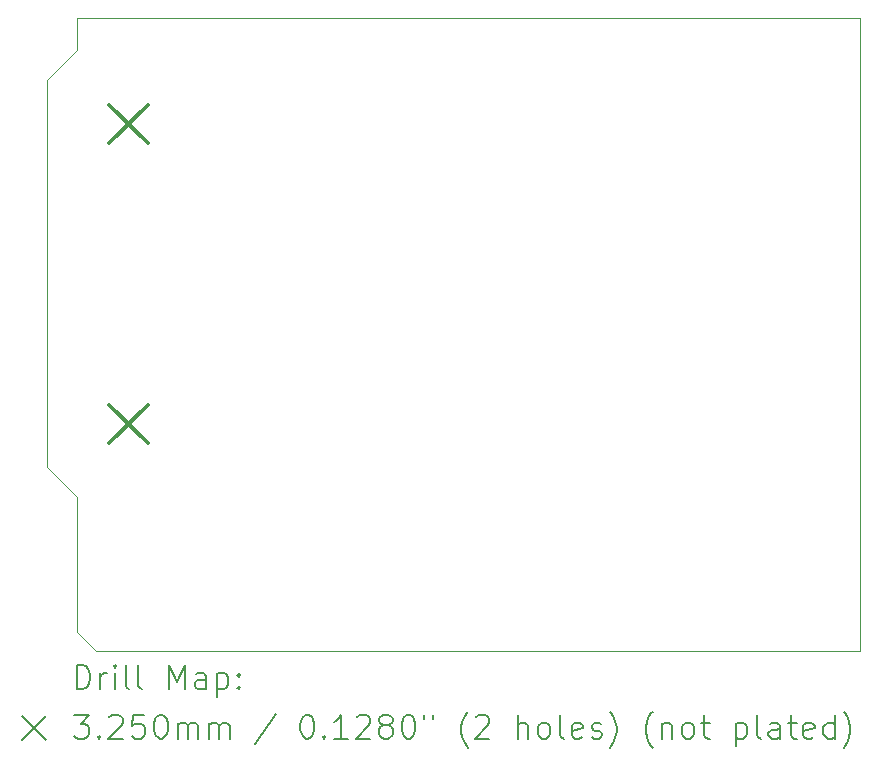
<source format=gbr>
%TF.GenerationSoftware,KiCad,Pcbnew,8.0.2*%
%TF.CreationDate,2024-05-09T00:28:00-05:00*%
%TF.ProjectId,Uno_R4_LCC_Shield,556e6f5f-5234-45f4-9c43-435f53686965,rev?*%
%TF.SameCoordinates,Original*%
%TF.FileFunction,Drillmap*%
%TF.FilePolarity,Positive*%
%FSLAX45Y45*%
G04 Gerber Fmt 4.5, Leading zero omitted, Abs format (unit mm)*
G04 Created by KiCad (PCBNEW 8.0.2) date 2024-05-09 00:28:00*
%MOMM*%
%LPD*%
G01*
G04 APERTURE LIST*
%ADD10C,0.120000*%
%ADD11C,0.200000*%
%ADD12C,0.325000*%
G04 APERTURE END LIST*
D10*
X9673000Y-2654000D02*
X9673000Y-5931000D01*
X9673000Y-5931000D02*
X9927000Y-6185000D01*
X9927000Y-2133000D02*
X9927000Y-2400000D01*
X9927000Y-2400000D02*
X9673000Y-2654000D01*
X9927000Y-6185000D02*
X9927000Y-7328000D01*
X9927000Y-7328000D02*
X10092000Y-7493000D01*
X10092000Y-7493000D02*
X16557000Y-7493000D01*
X16557000Y-2133000D02*
X9927000Y-2133000D01*
X16557000Y-7493000D02*
X16557000Y-2133000D01*
D11*
D12*
X10205500Y-2867500D02*
X10530500Y-3192500D01*
X10530500Y-2867500D02*
X10205500Y-3192500D01*
X10205500Y-5407500D02*
X10530500Y-5732500D01*
X10530500Y-5407500D02*
X10205500Y-5732500D01*
D11*
X9927777Y-7810484D02*
X9927777Y-7610484D01*
X9927777Y-7610484D02*
X9975396Y-7610484D01*
X9975396Y-7610484D02*
X10003967Y-7620008D01*
X10003967Y-7620008D02*
X10023015Y-7639055D01*
X10023015Y-7639055D02*
X10032539Y-7658103D01*
X10032539Y-7658103D02*
X10042063Y-7696198D01*
X10042063Y-7696198D02*
X10042063Y-7724769D01*
X10042063Y-7724769D02*
X10032539Y-7762865D01*
X10032539Y-7762865D02*
X10023015Y-7781912D01*
X10023015Y-7781912D02*
X10003967Y-7800960D01*
X10003967Y-7800960D02*
X9975396Y-7810484D01*
X9975396Y-7810484D02*
X9927777Y-7810484D01*
X10127777Y-7810484D02*
X10127777Y-7677150D01*
X10127777Y-7715246D02*
X10137301Y-7696198D01*
X10137301Y-7696198D02*
X10146824Y-7686674D01*
X10146824Y-7686674D02*
X10165872Y-7677150D01*
X10165872Y-7677150D02*
X10184920Y-7677150D01*
X10251586Y-7810484D02*
X10251586Y-7677150D01*
X10251586Y-7610484D02*
X10242063Y-7620008D01*
X10242063Y-7620008D02*
X10251586Y-7629531D01*
X10251586Y-7629531D02*
X10261110Y-7620008D01*
X10261110Y-7620008D02*
X10251586Y-7610484D01*
X10251586Y-7610484D02*
X10251586Y-7629531D01*
X10375396Y-7810484D02*
X10356348Y-7800960D01*
X10356348Y-7800960D02*
X10346824Y-7781912D01*
X10346824Y-7781912D02*
X10346824Y-7610484D01*
X10480158Y-7810484D02*
X10461110Y-7800960D01*
X10461110Y-7800960D02*
X10451586Y-7781912D01*
X10451586Y-7781912D02*
X10451586Y-7610484D01*
X10708729Y-7810484D02*
X10708729Y-7610484D01*
X10708729Y-7610484D02*
X10775396Y-7753341D01*
X10775396Y-7753341D02*
X10842063Y-7610484D01*
X10842063Y-7610484D02*
X10842063Y-7810484D01*
X11023015Y-7810484D02*
X11023015Y-7705722D01*
X11023015Y-7705722D02*
X11013491Y-7686674D01*
X11013491Y-7686674D02*
X10994444Y-7677150D01*
X10994444Y-7677150D02*
X10956348Y-7677150D01*
X10956348Y-7677150D02*
X10937301Y-7686674D01*
X11023015Y-7800960D02*
X11003967Y-7810484D01*
X11003967Y-7810484D02*
X10956348Y-7810484D01*
X10956348Y-7810484D02*
X10937301Y-7800960D01*
X10937301Y-7800960D02*
X10927777Y-7781912D01*
X10927777Y-7781912D02*
X10927777Y-7762865D01*
X10927777Y-7762865D02*
X10937301Y-7743817D01*
X10937301Y-7743817D02*
X10956348Y-7734293D01*
X10956348Y-7734293D02*
X11003967Y-7734293D01*
X11003967Y-7734293D02*
X11023015Y-7724769D01*
X11118253Y-7677150D02*
X11118253Y-7877150D01*
X11118253Y-7686674D02*
X11137301Y-7677150D01*
X11137301Y-7677150D02*
X11175396Y-7677150D01*
X11175396Y-7677150D02*
X11194443Y-7686674D01*
X11194443Y-7686674D02*
X11203967Y-7696198D01*
X11203967Y-7696198D02*
X11213491Y-7715246D01*
X11213491Y-7715246D02*
X11213491Y-7772388D01*
X11213491Y-7772388D02*
X11203967Y-7791436D01*
X11203967Y-7791436D02*
X11194443Y-7800960D01*
X11194443Y-7800960D02*
X11175396Y-7810484D01*
X11175396Y-7810484D02*
X11137301Y-7810484D01*
X11137301Y-7810484D02*
X11118253Y-7800960D01*
X11299205Y-7791436D02*
X11308729Y-7800960D01*
X11308729Y-7800960D02*
X11299205Y-7810484D01*
X11299205Y-7810484D02*
X11289682Y-7800960D01*
X11289682Y-7800960D02*
X11299205Y-7791436D01*
X11299205Y-7791436D02*
X11299205Y-7810484D01*
X11299205Y-7686674D02*
X11308729Y-7696198D01*
X11308729Y-7696198D02*
X11299205Y-7705722D01*
X11299205Y-7705722D02*
X11289682Y-7696198D01*
X11289682Y-7696198D02*
X11299205Y-7686674D01*
X11299205Y-7686674D02*
X11299205Y-7705722D01*
X9467000Y-8039000D02*
X9667000Y-8239000D01*
X9667000Y-8039000D02*
X9467000Y-8239000D01*
X9908729Y-8030484D02*
X10032539Y-8030484D01*
X10032539Y-8030484D02*
X9965872Y-8106674D01*
X9965872Y-8106674D02*
X9994444Y-8106674D01*
X9994444Y-8106674D02*
X10013491Y-8116198D01*
X10013491Y-8116198D02*
X10023015Y-8125722D01*
X10023015Y-8125722D02*
X10032539Y-8144769D01*
X10032539Y-8144769D02*
X10032539Y-8192388D01*
X10032539Y-8192388D02*
X10023015Y-8211436D01*
X10023015Y-8211436D02*
X10013491Y-8220960D01*
X10013491Y-8220960D02*
X9994444Y-8230484D01*
X9994444Y-8230484D02*
X9937301Y-8230484D01*
X9937301Y-8230484D02*
X9918253Y-8220960D01*
X9918253Y-8220960D02*
X9908729Y-8211436D01*
X10118253Y-8211436D02*
X10127777Y-8220960D01*
X10127777Y-8220960D02*
X10118253Y-8230484D01*
X10118253Y-8230484D02*
X10108729Y-8220960D01*
X10108729Y-8220960D02*
X10118253Y-8211436D01*
X10118253Y-8211436D02*
X10118253Y-8230484D01*
X10203967Y-8049531D02*
X10213491Y-8040008D01*
X10213491Y-8040008D02*
X10232539Y-8030484D01*
X10232539Y-8030484D02*
X10280158Y-8030484D01*
X10280158Y-8030484D02*
X10299205Y-8040008D01*
X10299205Y-8040008D02*
X10308729Y-8049531D01*
X10308729Y-8049531D02*
X10318253Y-8068579D01*
X10318253Y-8068579D02*
X10318253Y-8087627D01*
X10318253Y-8087627D02*
X10308729Y-8116198D01*
X10308729Y-8116198D02*
X10194444Y-8230484D01*
X10194444Y-8230484D02*
X10318253Y-8230484D01*
X10499205Y-8030484D02*
X10403967Y-8030484D01*
X10403967Y-8030484D02*
X10394444Y-8125722D01*
X10394444Y-8125722D02*
X10403967Y-8116198D01*
X10403967Y-8116198D02*
X10423015Y-8106674D01*
X10423015Y-8106674D02*
X10470634Y-8106674D01*
X10470634Y-8106674D02*
X10489682Y-8116198D01*
X10489682Y-8116198D02*
X10499205Y-8125722D01*
X10499205Y-8125722D02*
X10508729Y-8144769D01*
X10508729Y-8144769D02*
X10508729Y-8192388D01*
X10508729Y-8192388D02*
X10499205Y-8211436D01*
X10499205Y-8211436D02*
X10489682Y-8220960D01*
X10489682Y-8220960D02*
X10470634Y-8230484D01*
X10470634Y-8230484D02*
X10423015Y-8230484D01*
X10423015Y-8230484D02*
X10403967Y-8220960D01*
X10403967Y-8220960D02*
X10394444Y-8211436D01*
X10632539Y-8030484D02*
X10651586Y-8030484D01*
X10651586Y-8030484D02*
X10670634Y-8040008D01*
X10670634Y-8040008D02*
X10680158Y-8049531D01*
X10680158Y-8049531D02*
X10689682Y-8068579D01*
X10689682Y-8068579D02*
X10699205Y-8106674D01*
X10699205Y-8106674D02*
X10699205Y-8154293D01*
X10699205Y-8154293D02*
X10689682Y-8192388D01*
X10689682Y-8192388D02*
X10680158Y-8211436D01*
X10680158Y-8211436D02*
X10670634Y-8220960D01*
X10670634Y-8220960D02*
X10651586Y-8230484D01*
X10651586Y-8230484D02*
X10632539Y-8230484D01*
X10632539Y-8230484D02*
X10613491Y-8220960D01*
X10613491Y-8220960D02*
X10603967Y-8211436D01*
X10603967Y-8211436D02*
X10594444Y-8192388D01*
X10594444Y-8192388D02*
X10584920Y-8154293D01*
X10584920Y-8154293D02*
X10584920Y-8106674D01*
X10584920Y-8106674D02*
X10594444Y-8068579D01*
X10594444Y-8068579D02*
X10603967Y-8049531D01*
X10603967Y-8049531D02*
X10613491Y-8040008D01*
X10613491Y-8040008D02*
X10632539Y-8030484D01*
X10784920Y-8230484D02*
X10784920Y-8097150D01*
X10784920Y-8116198D02*
X10794444Y-8106674D01*
X10794444Y-8106674D02*
X10813491Y-8097150D01*
X10813491Y-8097150D02*
X10842063Y-8097150D01*
X10842063Y-8097150D02*
X10861110Y-8106674D01*
X10861110Y-8106674D02*
X10870634Y-8125722D01*
X10870634Y-8125722D02*
X10870634Y-8230484D01*
X10870634Y-8125722D02*
X10880158Y-8106674D01*
X10880158Y-8106674D02*
X10899205Y-8097150D01*
X10899205Y-8097150D02*
X10927777Y-8097150D01*
X10927777Y-8097150D02*
X10946825Y-8106674D01*
X10946825Y-8106674D02*
X10956348Y-8125722D01*
X10956348Y-8125722D02*
X10956348Y-8230484D01*
X11051586Y-8230484D02*
X11051586Y-8097150D01*
X11051586Y-8116198D02*
X11061110Y-8106674D01*
X11061110Y-8106674D02*
X11080158Y-8097150D01*
X11080158Y-8097150D02*
X11108729Y-8097150D01*
X11108729Y-8097150D02*
X11127777Y-8106674D01*
X11127777Y-8106674D02*
X11137301Y-8125722D01*
X11137301Y-8125722D02*
X11137301Y-8230484D01*
X11137301Y-8125722D02*
X11146825Y-8106674D01*
X11146825Y-8106674D02*
X11165872Y-8097150D01*
X11165872Y-8097150D02*
X11194443Y-8097150D01*
X11194443Y-8097150D02*
X11213491Y-8106674D01*
X11213491Y-8106674D02*
X11223015Y-8125722D01*
X11223015Y-8125722D02*
X11223015Y-8230484D01*
X11613491Y-8020960D02*
X11442063Y-8278103D01*
X11870634Y-8030484D02*
X11889682Y-8030484D01*
X11889682Y-8030484D02*
X11908729Y-8040008D01*
X11908729Y-8040008D02*
X11918253Y-8049531D01*
X11918253Y-8049531D02*
X11927777Y-8068579D01*
X11927777Y-8068579D02*
X11937301Y-8106674D01*
X11937301Y-8106674D02*
X11937301Y-8154293D01*
X11937301Y-8154293D02*
X11927777Y-8192388D01*
X11927777Y-8192388D02*
X11918253Y-8211436D01*
X11918253Y-8211436D02*
X11908729Y-8220960D01*
X11908729Y-8220960D02*
X11889682Y-8230484D01*
X11889682Y-8230484D02*
X11870634Y-8230484D01*
X11870634Y-8230484D02*
X11851586Y-8220960D01*
X11851586Y-8220960D02*
X11842063Y-8211436D01*
X11842063Y-8211436D02*
X11832539Y-8192388D01*
X11832539Y-8192388D02*
X11823015Y-8154293D01*
X11823015Y-8154293D02*
X11823015Y-8106674D01*
X11823015Y-8106674D02*
X11832539Y-8068579D01*
X11832539Y-8068579D02*
X11842063Y-8049531D01*
X11842063Y-8049531D02*
X11851586Y-8040008D01*
X11851586Y-8040008D02*
X11870634Y-8030484D01*
X12023015Y-8211436D02*
X12032539Y-8220960D01*
X12032539Y-8220960D02*
X12023015Y-8230484D01*
X12023015Y-8230484D02*
X12013491Y-8220960D01*
X12013491Y-8220960D02*
X12023015Y-8211436D01*
X12023015Y-8211436D02*
X12023015Y-8230484D01*
X12223015Y-8230484D02*
X12108729Y-8230484D01*
X12165872Y-8230484D02*
X12165872Y-8030484D01*
X12165872Y-8030484D02*
X12146825Y-8059055D01*
X12146825Y-8059055D02*
X12127777Y-8078103D01*
X12127777Y-8078103D02*
X12108729Y-8087627D01*
X12299206Y-8049531D02*
X12308729Y-8040008D01*
X12308729Y-8040008D02*
X12327777Y-8030484D01*
X12327777Y-8030484D02*
X12375396Y-8030484D01*
X12375396Y-8030484D02*
X12394444Y-8040008D01*
X12394444Y-8040008D02*
X12403967Y-8049531D01*
X12403967Y-8049531D02*
X12413491Y-8068579D01*
X12413491Y-8068579D02*
X12413491Y-8087627D01*
X12413491Y-8087627D02*
X12403967Y-8116198D01*
X12403967Y-8116198D02*
X12289682Y-8230484D01*
X12289682Y-8230484D02*
X12413491Y-8230484D01*
X12527777Y-8116198D02*
X12508729Y-8106674D01*
X12508729Y-8106674D02*
X12499206Y-8097150D01*
X12499206Y-8097150D02*
X12489682Y-8078103D01*
X12489682Y-8078103D02*
X12489682Y-8068579D01*
X12489682Y-8068579D02*
X12499206Y-8049531D01*
X12499206Y-8049531D02*
X12508729Y-8040008D01*
X12508729Y-8040008D02*
X12527777Y-8030484D01*
X12527777Y-8030484D02*
X12565872Y-8030484D01*
X12565872Y-8030484D02*
X12584920Y-8040008D01*
X12584920Y-8040008D02*
X12594444Y-8049531D01*
X12594444Y-8049531D02*
X12603967Y-8068579D01*
X12603967Y-8068579D02*
X12603967Y-8078103D01*
X12603967Y-8078103D02*
X12594444Y-8097150D01*
X12594444Y-8097150D02*
X12584920Y-8106674D01*
X12584920Y-8106674D02*
X12565872Y-8116198D01*
X12565872Y-8116198D02*
X12527777Y-8116198D01*
X12527777Y-8116198D02*
X12508729Y-8125722D01*
X12508729Y-8125722D02*
X12499206Y-8135246D01*
X12499206Y-8135246D02*
X12489682Y-8154293D01*
X12489682Y-8154293D02*
X12489682Y-8192388D01*
X12489682Y-8192388D02*
X12499206Y-8211436D01*
X12499206Y-8211436D02*
X12508729Y-8220960D01*
X12508729Y-8220960D02*
X12527777Y-8230484D01*
X12527777Y-8230484D02*
X12565872Y-8230484D01*
X12565872Y-8230484D02*
X12584920Y-8220960D01*
X12584920Y-8220960D02*
X12594444Y-8211436D01*
X12594444Y-8211436D02*
X12603967Y-8192388D01*
X12603967Y-8192388D02*
X12603967Y-8154293D01*
X12603967Y-8154293D02*
X12594444Y-8135246D01*
X12594444Y-8135246D02*
X12584920Y-8125722D01*
X12584920Y-8125722D02*
X12565872Y-8116198D01*
X12727777Y-8030484D02*
X12746825Y-8030484D01*
X12746825Y-8030484D02*
X12765872Y-8040008D01*
X12765872Y-8040008D02*
X12775396Y-8049531D01*
X12775396Y-8049531D02*
X12784920Y-8068579D01*
X12784920Y-8068579D02*
X12794444Y-8106674D01*
X12794444Y-8106674D02*
X12794444Y-8154293D01*
X12794444Y-8154293D02*
X12784920Y-8192388D01*
X12784920Y-8192388D02*
X12775396Y-8211436D01*
X12775396Y-8211436D02*
X12765872Y-8220960D01*
X12765872Y-8220960D02*
X12746825Y-8230484D01*
X12746825Y-8230484D02*
X12727777Y-8230484D01*
X12727777Y-8230484D02*
X12708729Y-8220960D01*
X12708729Y-8220960D02*
X12699206Y-8211436D01*
X12699206Y-8211436D02*
X12689682Y-8192388D01*
X12689682Y-8192388D02*
X12680158Y-8154293D01*
X12680158Y-8154293D02*
X12680158Y-8106674D01*
X12680158Y-8106674D02*
X12689682Y-8068579D01*
X12689682Y-8068579D02*
X12699206Y-8049531D01*
X12699206Y-8049531D02*
X12708729Y-8040008D01*
X12708729Y-8040008D02*
X12727777Y-8030484D01*
X12870634Y-8030484D02*
X12870634Y-8068579D01*
X12946825Y-8030484D02*
X12946825Y-8068579D01*
X13242063Y-8306674D02*
X13232539Y-8297150D01*
X13232539Y-8297150D02*
X13213491Y-8268579D01*
X13213491Y-8268579D02*
X13203968Y-8249531D01*
X13203968Y-8249531D02*
X13194444Y-8220960D01*
X13194444Y-8220960D02*
X13184920Y-8173341D01*
X13184920Y-8173341D02*
X13184920Y-8135246D01*
X13184920Y-8135246D02*
X13194444Y-8087627D01*
X13194444Y-8087627D02*
X13203968Y-8059055D01*
X13203968Y-8059055D02*
X13213491Y-8040008D01*
X13213491Y-8040008D02*
X13232539Y-8011436D01*
X13232539Y-8011436D02*
X13242063Y-8001912D01*
X13308729Y-8049531D02*
X13318253Y-8040008D01*
X13318253Y-8040008D02*
X13337301Y-8030484D01*
X13337301Y-8030484D02*
X13384920Y-8030484D01*
X13384920Y-8030484D02*
X13403968Y-8040008D01*
X13403968Y-8040008D02*
X13413491Y-8049531D01*
X13413491Y-8049531D02*
X13423015Y-8068579D01*
X13423015Y-8068579D02*
X13423015Y-8087627D01*
X13423015Y-8087627D02*
X13413491Y-8116198D01*
X13413491Y-8116198D02*
X13299206Y-8230484D01*
X13299206Y-8230484D02*
X13423015Y-8230484D01*
X13661110Y-8230484D02*
X13661110Y-8030484D01*
X13746825Y-8230484D02*
X13746825Y-8125722D01*
X13746825Y-8125722D02*
X13737301Y-8106674D01*
X13737301Y-8106674D02*
X13718253Y-8097150D01*
X13718253Y-8097150D02*
X13689682Y-8097150D01*
X13689682Y-8097150D02*
X13670634Y-8106674D01*
X13670634Y-8106674D02*
X13661110Y-8116198D01*
X13870634Y-8230484D02*
X13851587Y-8220960D01*
X13851587Y-8220960D02*
X13842063Y-8211436D01*
X13842063Y-8211436D02*
X13832539Y-8192388D01*
X13832539Y-8192388D02*
X13832539Y-8135246D01*
X13832539Y-8135246D02*
X13842063Y-8116198D01*
X13842063Y-8116198D02*
X13851587Y-8106674D01*
X13851587Y-8106674D02*
X13870634Y-8097150D01*
X13870634Y-8097150D02*
X13899206Y-8097150D01*
X13899206Y-8097150D02*
X13918253Y-8106674D01*
X13918253Y-8106674D02*
X13927777Y-8116198D01*
X13927777Y-8116198D02*
X13937301Y-8135246D01*
X13937301Y-8135246D02*
X13937301Y-8192388D01*
X13937301Y-8192388D02*
X13927777Y-8211436D01*
X13927777Y-8211436D02*
X13918253Y-8220960D01*
X13918253Y-8220960D02*
X13899206Y-8230484D01*
X13899206Y-8230484D02*
X13870634Y-8230484D01*
X14051587Y-8230484D02*
X14032539Y-8220960D01*
X14032539Y-8220960D02*
X14023015Y-8201912D01*
X14023015Y-8201912D02*
X14023015Y-8030484D01*
X14203968Y-8220960D02*
X14184920Y-8230484D01*
X14184920Y-8230484D02*
X14146825Y-8230484D01*
X14146825Y-8230484D02*
X14127777Y-8220960D01*
X14127777Y-8220960D02*
X14118253Y-8201912D01*
X14118253Y-8201912D02*
X14118253Y-8125722D01*
X14118253Y-8125722D02*
X14127777Y-8106674D01*
X14127777Y-8106674D02*
X14146825Y-8097150D01*
X14146825Y-8097150D02*
X14184920Y-8097150D01*
X14184920Y-8097150D02*
X14203968Y-8106674D01*
X14203968Y-8106674D02*
X14213491Y-8125722D01*
X14213491Y-8125722D02*
X14213491Y-8144769D01*
X14213491Y-8144769D02*
X14118253Y-8163817D01*
X14289682Y-8220960D02*
X14308730Y-8230484D01*
X14308730Y-8230484D02*
X14346825Y-8230484D01*
X14346825Y-8230484D02*
X14365872Y-8220960D01*
X14365872Y-8220960D02*
X14375396Y-8201912D01*
X14375396Y-8201912D02*
X14375396Y-8192388D01*
X14375396Y-8192388D02*
X14365872Y-8173341D01*
X14365872Y-8173341D02*
X14346825Y-8163817D01*
X14346825Y-8163817D02*
X14318253Y-8163817D01*
X14318253Y-8163817D02*
X14299206Y-8154293D01*
X14299206Y-8154293D02*
X14289682Y-8135246D01*
X14289682Y-8135246D02*
X14289682Y-8125722D01*
X14289682Y-8125722D02*
X14299206Y-8106674D01*
X14299206Y-8106674D02*
X14318253Y-8097150D01*
X14318253Y-8097150D02*
X14346825Y-8097150D01*
X14346825Y-8097150D02*
X14365872Y-8106674D01*
X14442063Y-8306674D02*
X14451587Y-8297150D01*
X14451587Y-8297150D02*
X14470634Y-8268579D01*
X14470634Y-8268579D02*
X14480158Y-8249531D01*
X14480158Y-8249531D02*
X14489682Y-8220960D01*
X14489682Y-8220960D02*
X14499206Y-8173341D01*
X14499206Y-8173341D02*
X14499206Y-8135246D01*
X14499206Y-8135246D02*
X14489682Y-8087627D01*
X14489682Y-8087627D02*
X14480158Y-8059055D01*
X14480158Y-8059055D02*
X14470634Y-8040008D01*
X14470634Y-8040008D02*
X14451587Y-8011436D01*
X14451587Y-8011436D02*
X14442063Y-8001912D01*
X14803968Y-8306674D02*
X14794444Y-8297150D01*
X14794444Y-8297150D02*
X14775396Y-8268579D01*
X14775396Y-8268579D02*
X14765872Y-8249531D01*
X14765872Y-8249531D02*
X14756349Y-8220960D01*
X14756349Y-8220960D02*
X14746825Y-8173341D01*
X14746825Y-8173341D02*
X14746825Y-8135246D01*
X14746825Y-8135246D02*
X14756349Y-8087627D01*
X14756349Y-8087627D02*
X14765872Y-8059055D01*
X14765872Y-8059055D02*
X14775396Y-8040008D01*
X14775396Y-8040008D02*
X14794444Y-8011436D01*
X14794444Y-8011436D02*
X14803968Y-8001912D01*
X14880158Y-8097150D02*
X14880158Y-8230484D01*
X14880158Y-8116198D02*
X14889682Y-8106674D01*
X14889682Y-8106674D02*
X14908730Y-8097150D01*
X14908730Y-8097150D02*
X14937301Y-8097150D01*
X14937301Y-8097150D02*
X14956349Y-8106674D01*
X14956349Y-8106674D02*
X14965872Y-8125722D01*
X14965872Y-8125722D02*
X14965872Y-8230484D01*
X15089682Y-8230484D02*
X15070634Y-8220960D01*
X15070634Y-8220960D02*
X15061111Y-8211436D01*
X15061111Y-8211436D02*
X15051587Y-8192388D01*
X15051587Y-8192388D02*
X15051587Y-8135246D01*
X15051587Y-8135246D02*
X15061111Y-8116198D01*
X15061111Y-8116198D02*
X15070634Y-8106674D01*
X15070634Y-8106674D02*
X15089682Y-8097150D01*
X15089682Y-8097150D02*
X15118253Y-8097150D01*
X15118253Y-8097150D02*
X15137301Y-8106674D01*
X15137301Y-8106674D02*
X15146825Y-8116198D01*
X15146825Y-8116198D02*
X15156349Y-8135246D01*
X15156349Y-8135246D02*
X15156349Y-8192388D01*
X15156349Y-8192388D02*
X15146825Y-8211436D01*
X15146825Y-8211436D02*
X15137301Y-8220960D01*
X15137301Y-8220960D02*
X15118253Y-8230484D01*
X15118253Y-8230484D02*
X15089682Y-8230484D01*
X15213492Y-8097150D02*
X15289682Y-8097150D01*
X15242063Y-8030484D02*
X15242063Y-8201912D01*
X15242063Y-8201912D02*
X15251587Y-8220960D01*
X15251587Y-8220960D02*
X15270634Y-8230484D01*
X15270634Y-8230484D02*
X15289682Y-8230484D01*
X15508730Y-8097150D02*
X15508730Y-8297150D01*
X15508730Y-8106674D02*
X15527777Y-8097150D01*
X15527777Y-8097150D02*
X15565873Y-8097150D01*
X15565873Y-8097150D02*
X15584920Y-8106674D01*
X15584920Y-8106674D02*
X15594444Y-8116198D01*
X15594444Y-8116198D02*
X15603968Y-8135246D01*
X15603968Y-8135246D02*
X15603968Y-8192388D01*
X15603968Y-8192388D02*
X15594444Y-8211436D01*
X15594444Y-8211436D02*
X15584920Y-8220960D01*
X15584920Y-8220960D02*
X15565873Y-8230484D01*
X15565873Y-8230484D02*
X15527777Y-8230484D01*
X15527777Y-8230484D02*
X15508730Y-8220960D01*
X15718253Y-8230484D02*
X15699206Y-8220960D01*
X15699206Y-8220960D02*
X15689682Y-8201912D01*
X15689682Y-8201912D02*
X15689682Y-8030484D01*
X15880158Y-8230484D02*
X15880158Y-8125722D01*
X15880158Y-8125722D02*
X15870634Y-8106674D01*
X15870634Y-8106674D02*
X15851587Y-8097150D01*
X15851587Y-8097150D02*
X15813492Y-8097150D01*
X15813492Y-8097150D02*
X15794444Y-8106674D01*
X15880158Y-8220960D02*
X15861111Y-8230484D01*
X15861111Y-8230484D02*
X15813492Y-8230484D01*
X15813492Y-8230484D02*
X15794444Y-8220960D01*
X15794444Y-8220960D02*
X15784920Y-8201912D01*
X15784920Y-8201912D02*
X15784920Y-8182865D01*
X15784920Y-8182865D02*
X15794444Y-8163817D01*
X15794444Y-8163817D02*
X15813492Y-8154293D01*
X15813492Y-8154293D02*
X15861111Y-8154293D01*
X15861111Y-8154293D02*
X15880158Y-8144769D01*
X15946825Y-8097150D02*
X16023015Y-8097150D01*
X15975396Y-8030484D02*
X15975396Y-8201912D01*
X15975396Y-8201912D02*
X15984920Y-8220960D01*
X15984920Y-8220960D02*
X16003968Y-8230484D01*
X16003968Y-8230484D02*
X16023015Y-8230484D01*
X16165873Y-8220960D02*
X16146825Y-8230484D01*
X16146825Y-8230484D02*
X16108730Y-8230484D01*
X16108730Y-8230484D02*
X16089682Y-8220960D01*
X16089682Y-8220960D02*
X16080158Y-8201912D01*
X16080158Y-8201912D02*
X16080158Y-8125722D01*
X16080158Y-8125722D02*
X16089682Y-8106674D01*
X16089682Y-8106674D02*
X16108730Y-8097150D01*
X16108730Y-8097150D02*
X16146825Y-8097150D01*
X16146825Y-8097150D02*
X16165873Y-8106674D01*
X16165873Y-8106674D02*
X16175396Y-8125722D01*
X16175396Y-8125722D02*
X16175396Y-8144769D01*
X16175396Y-8144769D02*
X16080158Y-8163817D01*
X16346825Y-8230484D02*
X16346825Y-8030484D01*
X16346825Y-8220960D02*
X16327777Y-8230484D01*
X16327777Y-8230484D02*
X16289682Y-8230484D01*
X16289682Y-8230484D02*
X16270634Y-8220960D01*
X16270634Y-8220960D02*
X16261111Y-8211436D01*
X16261111Y-8211436D02*
X16251587Y-8192388D01*
X16251587Y-8192388D02*
X16251587Y-8135246D01*
X16251587Y-8135246D02*
X16261111Y-8116198D01*
X16261111Y-8116198D02*
X16270634Y-8106674D01*
X16270634Y-8106674D02*
X16289682Y-8097150D01*
X16289682Y-8097150D02*
X16327777Y-8097150D01*
X16327777Y-8097150D02*
X16346825Y-8106674D01*
X16423015Y-8306674D02*
X16432539Y-8297150D01*
X16432539Y-8297150D02*
X16451587Y-8268579D01*
X16451587Y-8268579D02*
X16461111Y-8249531D01*
X16461111Y-8249531D02*
X16470634Y-8220960D01*
X16470634Y-8220960D02*
X16480158Y-8173341D01*
X16480158Y-8173341D02*
X16480158Y-8135246D01*
X16480158Y-8135246D02*
X16470634Y-8087627D01*
X16470634Y-8087627D02*
X16461111Y-8059055D01*
X16461111Y-8059055D02*
X16451587Y-8040008D01*
X16451587Y-8040008D02*
X16432539Y-8011436D01*
X16432539Y-8011436D02*
X16423015Y-8001912D01*
M02*

</source>
